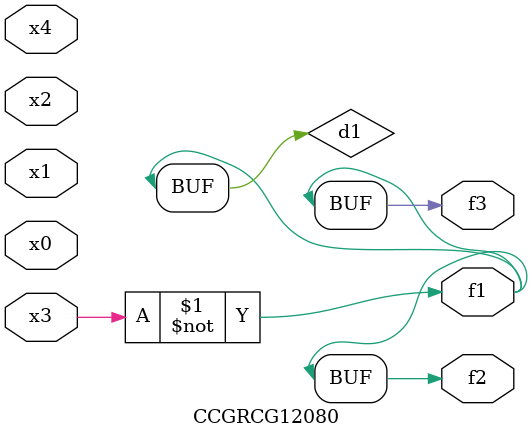
<source format=v>
module CCGRCG12080(
	input x0, x1, x2, x3, x4,
	output f1, f2, f3
);

	wire d1, d2;

	xnor (d1, x3);
	not (d2, x1);
	assign f1 = d1;
	assign f2 = d1;
	assign f3 = d1;
endmodule

</source>
